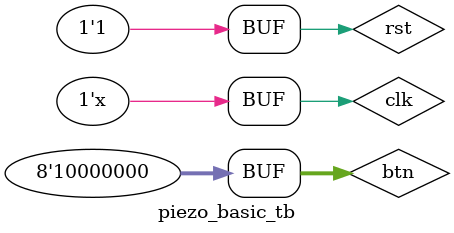
<source format=v>
`timescale 1ns / 1ps

module piezo_basic_tb();

reg clk, rst;
reg [7:0] btn;
wire piezo;

piezo_basic p1(clk, rst, btn, piezo);

initial begin
    clk <=0;
    rst <=1;
    btn <= 8'b00000000;
    #1e+6; rst <= 0;
    #1e+6; rst <= 1;
    #1e+6; btn <= 8'b00000001;
    #1e+6; btn <= 8'b00000010;
    #1e+6; btn <= 8'b00000100;
    #1e+6; btn <= 8'b00001000;
    #1e+6; btn <= 8'b00010000;
    #1e+6; btn <= 8'b00100000;
    #1e+6; btn <= 8'b01000000;
    #1e+6; btn <= 8'b10000000;
end

always begin
    #0.5 clk <= ~clk;
end

endmodule

</source>
